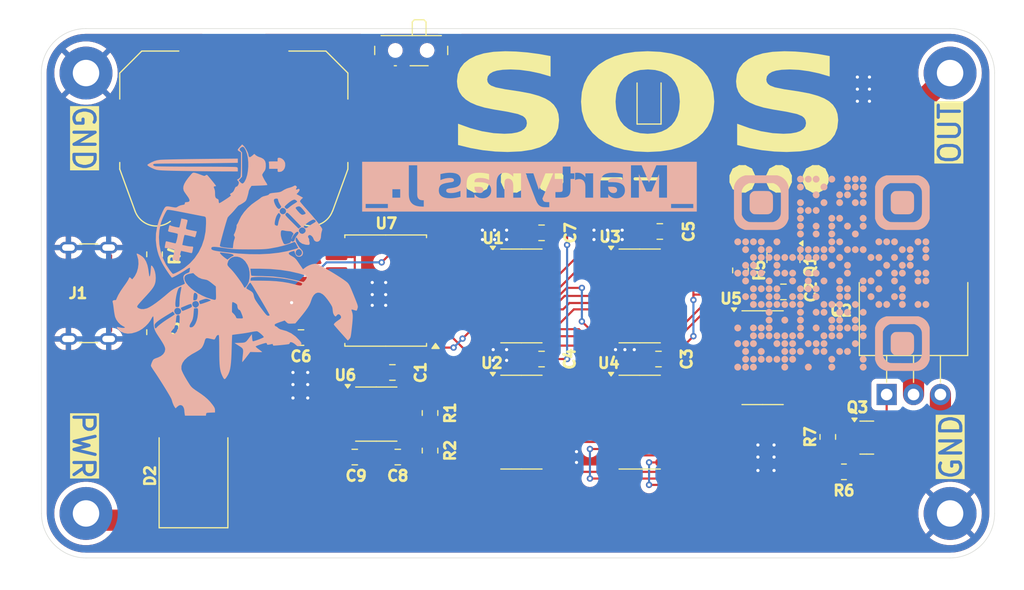
<source format=kicad_pcb>
(kicad_pcb (version 20240108) (generator "pcbnew") (generator_version "8.0")
  (title_block (title "SOS Business Card") (date "2024-05-20") (rev "A") (company "Martynas J."))
  (layers (0 "F.Cu" signal) (31 "B.Cu" signal) (36 "B.SilkS" user "B.Silkscreen") (37 "F.SilkS" user "F.Silkscreen") (38 "B.Mask" user) (39 "F.Mask" user) (44 "Edge.Cuts" user))
  (net 0 "")
  (net 1 "PWR")
  (net 2 "GND")
  (net 3 "VCC")
  (net 4 "Net-(U6-CV)")
  (net 5 "Net-(U6-THR)")
  (net 6 "Net-(D1-A)")
  (net 7 "Net-(D1-K)")
  (net 8 "Net-(J1-CC2)")
  (net 9 "Net-(U6-DIS)")
  (net 11 "Net-(U7-Q3)")
  (net 12 "Net-(U7-Q1)")
  (net 13 "Net-(U1-Pad6)")
  (net 14 "Net-(U1-Pad2)")
  (net 15 "Net-(U7-Q0)")
  (net 16 "Net-(U1-Pad4)")
  (net 17 "Net-(U1-Pad10)")
  (net 18 "Net-(U7-Q4)")
  (net 20 "Net-(U7-Q2)")
  (net 21 "Net-(U1-Pad8)")
  (net 22 "Net-(U2-Pad6)")
  (net 23 "Net-(U2-Pad8)")
  (net 24 "Net-(U3-Pad8)")
  (net 25 "Net-(U3-Pad6)")
  (net 26 "Net-(U4-Pad8)")
  (net 27 "Net-(U4-Pad6)")
  (net 28 "Net-(U5-Pad11)")
  (net 29 "Net-(U5-Pad13)")
  (net 30 "CLK")
  (net 34 "Net-(J1-CC1)")
  (net 35 "Net-(J3-Pin_1)")
  (net 36 "Net-(D2-K)")
  (net 37 "SIG_OUT")
  (net 38 "Net-(Q2-G)")
  (footprint "MountingHole:MountingHole_2.5mm_Pad_TopBottom" (layer "F.Cu") (at 119.38 92.71)
    (property "Reference" "J5" (hide yes))
    (property "Value" "GND")
  )
  (footprint "Capacitor_SMD:C_0805_2012Metric" (layer "F.Cu") (at 173.482 119.761)
    (property "Reference" "C3")
    (property "Value" "100n")
  )
  (footprint "Diode_SMD:D_SMC" (layer "F.Cu") (at 129.54 130.81 90)
    (property "Reference" "D2")
    (property "Value" "MBRS540T3G")
  )
  (footprint "Capacitor_SMD:C_0805_2012Metric" (layer "F.Cu") (at 185.293 113.411)
    (property "Reference" "C2")
    (property "Value" "100n")
  )
  (footprint "Capacitor_SMD:C_0805_2012Metric" (layer "F.Cu") (at 139.7 117.729)
    (property "Reference" "C6")
    (property "Value" "100n")
  )
  (footprint "Resistor_SMD:R_0805_2012Metric" (layer "F.Cu") (at 125.857 109.855 90)
    (property "Reference" "R4")
    (property "Value" "5.1k")
  )
  (footprint "Package_SO:SOIC-14_3.9x8.7mm_P1.27mm" (layer "F.Cu") (at 160.528 125.73)
    (property "Reference" "U2")
    (property "Value" "SN74HC21QDRQ1")
  )
  (footprint "Resistor_SMD:R_0805_2012Metric" (layer "F.Cu") (at 151.892 128.4205 -90)
    (property "Reference" "R2")
    (property "Value" "1M")
  )
  (footprint "Capacitor_SMD:C_0805_2012Metric" (layer "F.Cu") (at 148.844 129.032)
    (property "Reference" "C8")
    (property "Value" "10n")
  )
  (footprint "Package_SO:SOIC-14_3.9x8.7mm_P1.27mm" (layer "F.Cu") (at 171.704 125.73)
    (property "Reference" "U4")
    (property "Value" "SN74HC21QDRQ1")
  )
  (footprint "Connector_USB:USB_C_Receptacle_GCT_USB4125-xx-x_6P_TopMnt_Horizontal" (layer "F.Cu") (at 118.52 113.538 -90)
    (property "Reference" "J1")
    (property "Value" "USB_C_Receptacle_PowerOnly_6P")
  )
  (footprint "Capacitor_SMD:C_0805_2012Metric" (layer "F.Cu") (at 162.433 119.761)
    (property "Reference" "C4")
    (property "Value" "100n")
  )
  (footprint "Resistor_SMD:R_0805_2012Metric" (layer "F.Cu") (at 151.892 124.8645 -90)
    (property "Reference" "R1")
    (property "Value" "10k")
  )
  (footprint "Resistor_SMD:R_0805_2012Metric" (layer "F.Cu") (at 189.484 127.127 -90)
    (property "Reference" "R7")
    (property "Value" "100k")
  )
  (footprint "MountingHole:MountingHole_2.5mm_Pad_TopBottom" (layer "F.Cu") (at 119.38 134.366)
    (property "Reference" "J4" (hide yes))
    (property "Value" "V_IN")
  )
  (footprint "LED_SMD:LED_1206_3216Metric" (layer "F.Cu") (at 172.593 95.25 90)
    (property "Reference" "D1" (hide yes))
    (property "Value" "LED")
  )
  (footprint "Package_SO:SOIC-16W_7.5x10.3mm_P1.27mm" (layer "F.Cu") (at 147.701 113.284 180)
    (property "Reference" "U7")
    (property "Value" "74HC590A")
  )
  (footprint "Capacitor_SMD:C_0805_2012Metric" (layer "F.Cu") (at 173.609 107.696)
    (property "Reference" "C5")
    (property "Value" "100n")
  )
  (footprint "Package_SO:SOIC-14_3.9x8.7mm_P1.27mm" (layer "F.Cu") (at 171.704 113.792)
    (property "Reference" "U3")
    (property "Value" "SN74HC21QDRQ1")
  )
  (footprint "Button_Switch_SMD:SW_SPDT_PCM12" (layer "F.Cu") (at 150.114 90.899 180)
    (property "Reference" "SW1" (hide yes))
    (property "Value" "SW_SPDT")
  )
  (footprint "Resistor_SMD:R_0805_2012Metric" (layer "F.Cu") (at 125.857 117.221 -90)
    (property "Reference" "R3")
    (property "Value" "5.1k")
  )
  (footprint "Resistor_SMD:R_0805_2012Metric" (layer "F.Cu") (at 181.229 111.379 -90)
    (property "Reference" "R5")
    (property "Value" "100")
  )
  (footprint "my:TO-220-3_Horizontal_TabDown_2" (layer "F.Cu") (at 195.0466 123.11765)
    (property "Reference" "Q2")
    (property "Value" "IRF5305")
  )
  (footprint "Capacitor_SMD:C_0805_2012Metric" (layer "F.Cu") (at 144.78 129.032)
    (property "Reference" "C9")
    (property "Value" "330n")
  )
  (footprint "Package_TO_SOT_SMD:SOT-23" (layer "F.Cu") (at 185.293 109.982 -90)
    (property "Reference" "Q1")
    (property "Value" "BSS138")
  )
  (footprint "Capacitor_SMD:C_0805_2012Metric" (layer "F.Cu") (at 162.433 107.823)
    (property "Reference" "C7")
    (property "Value" "100n")
  )
  (footprint "Package_SO:SOIC-14_3.9x8.7mm_P1.27mm" (layer "F.Cu") (at 160.528 113.792)
    (property "Reference" "U1")
    (property "Value" "SN74LV04A")
  )
  (footprint "Resistor_SMD:R_0805_2012Metric" (layer "F.Cu") (at 191.008 130.429)
    (property "Reference" "R6")
    (property "Value" "100k")
  )
  (footprint "Package_TO_SOT_SMD:SOT-23" (layer "F.Cu") (at 193.167 127.193)
    (property "Reference" "Q3")
    (property "Value" "BSS138")
  )
  (footprint "Capacitor_SMD:C_0805_2012Metric" (layer "F.Cu") (at 148.336 121.031)
    (property "Reference" "C1")
    (property "Value" "100n")
  )
  (footprint "Package_SO:SOIC-8_3.9x4.9mm_P1.27mm" (layer "F.Cu") (at 146.812 124.968)
    (property "Reference" "U6")
    (property "Value" "TLC555")
  )
  (footprint "Package_SO:SOIC-14_3.9x8.7mm_P1.27mm" (layer "F.Cu") (at 183.323 119.634)
    (property "Reference" "U5")
    (property "Value" "SN74HCS4075")
  )
  (footprint "MountingHole:MountingHole_2.5mm_Pad_TopBottom" (layer "F.Cu") (at 201.041 134.366)
    (property "Reference" "J2" (hide yes))
    (property "Value" "GND")
  )
  (footprint "MountingHole:MountingHole_2.5mm_Pad_TopBottom" (layer "F.Cu") (at 201.041 92.71)
    (property "Reference" "J3" (hide yes))
    (property "Value" "V_OUT")
  )
  (footprint "Battery:BatteryHolder_Keystone_3034_1x20mm" (layer "F.Cu") (at 133.35 98.171)
    (property "Reference" "BT1" (hide yes))
    (property "Value" "Battery_Cell")
  )
  (footprint "images:github-qr" (layer "B.Cu") (at 189.865 111.633 180)
    (property "Reference" "G***" (hide yes))
    (property "Value" "LOGO" (hide yes))
  )
  (footprint "images:vytis" (layer "B.Cu") (at 133.477 112.268 180)
    (property "Reference" "G***" (hide yes))
    (property "Value" "LOGO" (hide yes))
  )
  (gr_line (start 119.38 138.572365) (end 201.041 138.572365) (stroke (width 0.05)) (layer "Edge.Cuts"))
  (gr_arc (start 205.247365 134.366) (mid 204.015349 137.340349) (end 201.041 138.572365) (stroke (width 0.05)) (layer "Edge.Cuts"))
  (gr_line (start 119.364635 88.503635) (end 201.041 88.503635) (stroke (width 0.05)) (layer "Edge.Cuts"))
  (gr_arc (start 201.041 88.503635) (mid 204.015349 89.735651) (end 205.247365 92.71) (stroke (width 0.05)) (layer "Edge.Cuts"))
  (gr_arc (start 119.38 138.572365) (mid 116.405651 137.340349) (end 115.173636 134.367551) (stroke (width 0.05)) (layer "Edge.Cuts"))
  (gr_line (start 115.158271 92.711552) (end 115.173636 134.367551) (stroke (width 0.05)) (layer "Edge.Cuts"))
  (gr_arc (start 115.158271 92.711552) (mid 116.390286 89.735651) (end 119.364635 88.503635) (stroke (width 0.05)) (layer "Edge.Cuts"))
  (gr_line (start 205.247365 92.71) (end 205.247365 134.366) (stroke (width 0.05)) (layer "Edge.Cuts"))
  (gr_text "_Martynas J._" (at 161.29 103.251 0) (layer "B.SilkS" knockout) (effects (font (size 3 3) (thickness 0.6) (bold yes)) (justify mirror)))
  (gr_text "GND" (at 117.983 95.631 270) (layer "F.SilkS" knockout) (effects (font (size 2 2) (thickness 0.3) (bold yes)) (justify left bottom)))
  (gr_text "●●● --- ●●●" (at 172.339 102.489 0) (layer "F.SilkS") (effects (font (size 3 2.8) (thickness 0.3))))
  (gr_text "SOS" (at 172.466 96.266 0) (layer "F.SilkS") (effects (font (size 9 12) (thickness 0.3) (bold yes))))
  (gr_text "GND" (at 202.311 131.318 90) (layer "F.SilkS" knockout) (effects (font (size 2 2) (thickness 0.3) (bold yes)) (justify left bottom)))
  (gr_text "OUT" (at 202.184 101.473 90) (layer "F.SilkS" knockout) (effects (font (size 2 2) (thickness 0.3) (bold yes)) (justify left bottom)))
  (gr_text "PWR" (at 117.983 124.587 270) (layer "F.SilkS" knockout) (effects (font (size 2 2) (thickness 0.3) (bold yes)) (justify left bottom)))
  (segment (start 119.634 113.665) (end 119.634 108.839) (width 0.5) (layer "F.Cu") (net 1))
  (segment (start 144.335 97.79) (end 145.288 97.79) (width 0.5) (layer "F.Cu") (net 1))
  (segment (start 121 112.018) (end 121.6 112.018) (width 0.5) (layer "F.Cu") (net 1))
  (segment (start 119.634 119.888) (end 119.634 113.665) (width 0.5) (layer "F.Cu") (net 1))
  (segment (start 144.335 102.934) (end 144.335 97.79) (width 0.5) (layer "F.Cu") (net 1))
  (segment (start 139.319 107.95) (end 144.335 102.934) (width 0.5) (layer "F.Cu") (net 1))
  (segment (start 121.6 115.058) (end 121 115.058) (width 0.5) (layer "F.Cu") (net 1))
  (segment (start 122.365 102.934) (end 127.381 107.95) (width 0.5) (layer "F.Cu") (net 1))
  (segment (start 127.381 107.95) (end 139.319 107.95) (width 0.5) (layer "F.Cu") (net 1))
  (segment (start 122.365 97.79) (end 122.365 102.934) (width 0.5) (layer "F.Cu") (net 1))
  (segment (start 121 115.058) (end 120.523 114.581) (width 0.5) (layer "F.Cu") (net 1))
  (segment (start 119.634 108.839) (end 123.952 104.521) (width 0.5) (layer "F.Cu") (net 1))
  (segment (start 120.523 113.665) (end 120.523 112.495) (width 0.5) (layer "F.Cu") (net 1))
  (segment (start 120.523 114.581) (end 120.523 113.665) (width 0.5) (layer "F.Cu") (net 1))
  (segment (start 127.156 127.41) (end 119.634 119.888) (width 0.5) (layer "F.Cu") (net 1))
  (segment (start 120.523 112.495) (end 121 112.018) (width 0.5) (layer "F.Cu") (net 1))
  (segment (start 120.523 113.665) (end 119.634 113.665) (width 0.5) (layer "F.Cu") (net 1))
  (segment (start 149.364 93.714) (end 149.364 92.075) (width 0.5) (layer "F.Cu") (net 1))
  (segment (start 145.288 97.79) (end 149.364 93.714) (width 0.5) (layer "F.Cu") (net 1))
  (segment (start 129.54 127.41) (end 127.156 127.41) (width 0.5) (layer "F.Cu") (net 1))
  (via (at 157.988 107.569) (size 0.6) (drill 0.3) (layers "F.Cu" "B.Cu") (net 2))
  (via (at 170.053 107.569) (size 0.6) (drill 0.3) (layers "F.Cu" "B.Cu") (net 2))
  (via (at 165.735 129.54) (size 0.6) (drill 0.3) (layers "F.Cu" "B.Cu") (net 2))
  (via (at 147.701 114.681) (size 0.6) (drill 0.3) (layers "F.Cu" "B.Cu") (net 2))
  (via (at 147.701 113.665) (size 0.6) (drill 0.3) (layers "F.Cu" "B.Cu") (net 2))
  (via (at 168.656 107.569) (size 0.6) (drill 0.3) (layers "F.Cu" "B.Cu") (net 2))
  (via (at 159.131 108.458) (size 0.6) (drill 0.3) (layers "F.Cu" "B.Cu") (net 2))
  (via (at 147.701 112.522) (size 0.6) (drill 0.3) (layers "F.Cu" "B.Cu") (net 2))
  (via (at 192.278 95.377) (size 0.6) (drill 0.3) (layers "F.Cu" "B.Cu") (net 2))
  (via (at 146.431 113.665) (size 0.6) (drill 0.3) (layers "F.Cu" "B.Cu") (net 2))
  (via (at 170.053 108.458) (size 0.6) (drill 0.3) (layers "F.Cu" "B.Cu") (net 2))
  (via (at 138.938 122.174) (size 0.6) (drill 0.3) (layers "F.Cu" "B.Cu") (net 2))
  (via (at 184.404 129.032) (size 0.6) (drill 0.3) (layers "F.Cu" "B.Cu") (net 2))
  (via (at 157.861 119.888) (size 0.6) (drill 0.3) (layers "F.Cu" "B.Cu") (net 2))
  (via (at 182.88 129.032) (size 0.6) (drill 0.3) (layers "F.Cu" "B.Cu") (net 2))
  (via (at 182.88 127.889) (size 0.6) (drill 0.3) (layers "F.Cu" "B.Cu") (net 2))
  (via (at 159.131 119.888) (size 0.6) (drill 0.3) (layers "F.Cu" "B.Cu") (net 2))
  (via (at 140.335 121.031) (size 0.6) (drill 0.3) (layers "F.Cu" "B.Cu") (net 2))
  (via (at 159.131 107.569) (size 0.6) (drill 0.3) (layers "F.Cu" "B.Cu") (net 2))
  (via (at 182.88 130.302) (size 0.6) (drill 0.3) (layers "F.Cu" "B.Cu") (net 2))
  (via (at 140.335 123.444) (size 0.6) (drill 0.3) (layers "F.Cu" "B.Cu") (net 2))
  (via (at 138.938 123.444) (size 0.6) (drill 0.3) (layers "F.Cu" "B.Cu") (net 2))
  (via (at 193.421 95.377) (size 0.6) (drill 0.3) (layers "F.Cu" "B.Cu") (net 2))
  (via (at 193.421 93.091) (size 0.6) (drill 0.3) (layers "F.Cu" "B.Cu") (net 2))
  (via (at 192.278 94.234) (size 0.6) (drill 0.3) (layers "F.Cu" "B.Cu") (net 2))
  (via (at 138.938 121.031) (size 0.6) (drill 0.3) (layers "F.Cu" "B.Cu") (net 2))
  (via (at 193.421 94.234) (size 0.6) (drill 0.3) (layers "F.Cu" "B.Cu") (net 2))
  (via (at 159.131 118.872) (size 0.6) (drill 0.3) (layers "F.Cu" "B.Cu") (net 2))
  (via (at 140.335 122.174) (size 0.6) (drill 0.3) (layers "F.Cu" "B.Cu") (net 2))
  (via (at 184.404 130.302) (size 0.6) (drill 0.3) (layers "F.Cu" "B.Cu") (net 2))
  (via (at 157.861 118.872) (size 0.6) (drill 0.3) (layers "F.Cu" "B.Cu") (net 2))
  (via (at 157.988 108.458) (size 0.6) (drill 0.3) (layers "F.Cu" "B.Cu") (net 2))
  (via (at 156.845 107.569) (size 0.6) (drill 0.3) (layers "F.Cu" "B.Cu") (net 2))
  (via (at 146.431 114.681) (size 0.6) (drill 0.3) (layers "F.Cu" "B.Cu") (net 2))
  (via (at 168.656 108.458) (size 0.6) (drill 0.3) (layers "F.Cu" "B.Cu") (net 2))
  (via (at 192.278 93.091) (size 0.6) (drill 0.3) (layers "F.Cu" "B.Cu") (net 2))
  (via (at 165.735 128.524) (size 0.6) (drill 0.3) (layers "F.Cu" "B.Cu") (net 2))
  (via (at 171.196 118.872) (size 0.6) (drill 0.3) (layers "F.Cu" "B.Cu") (net 2))
  (via (at 146.431 112.522) (size 0.6) (drill 0.3) (layers "F.Cu" "B.Cu") (net 2))
  (via (at 167.386 107.569) (size 0.6) (drill 0.3) (layers "F.Cu" "B.Cu") (net 2))
  (via (at 169.418 118.872) (size 0.6) (drill 0.3) (layers "F.Cu" "B.Cu") (net 2))
  (via (at 170.307 118.872) (size 0.6) (drill 0.3) (layers "F.Cu" "B.Cu") (net 2))
  (via (at 156.845 108.458) (size 0.6) (drill 0.3) (layers "F.Cu" "B.Cu") (net 2))
  (via (at 167.386 108.458) (size 0.6) (drill 0.3) (layers "F.Cu" "B.Cu") (net 2))
  (via (at 184.404 127.889) (size 0.6) (drill 0.3) (layers "F.Cu" "B.Cu") (net 2))
  (segment (start 163.383 107.823) (end 163.383 106.365) (width 0.2) (layer "F.Cu") (net 3))
  (segment (start 147.447 122.301) (end 146.085 123.663) (width 0.2) (layer "F.Cu") (net 3))
  (segment (start 143.051 108.839) (end 144.461 108.839) (width 0.2) (layer "F.Cu") (net 3))
  (segment (start 174.432 119.761) (end 174.432 118.684) (width 0.2) (layer "F.Cu") (net 3))
  (segment (start 144.78 117.348) (end 144.78 117.729) (width 0.2) (layer "F.Cu") (net 3))
  (segment (start 144.78 110.109) (end 144.78 108.839) (width 0.2) (layer "F.Cu") (net 3))
  (segment (start 174.559 107.696) (end 174.559 108.713) (width 0.2) (layer "F.Cu") (net 3))
  (segment (start 163.003 121.158) (end 163.003 121.92) (width 0.2) (layer "F.Cu") (net 3))
  (segment (start 186.243 113.411) (end 186.243 114.428) (width 0.2) (layer "F.Cu") (net 3))
  (segment (start 174.179 109.093) (end 174.179 109.982) (width 0.2) (layer "F.Cu") (net 3))
  (segment (start 164.846 108.966) (end 164.846 106.299) (width 0.2) (layer "F.Cu") (net 3))
  (segment (start 185.293 112.461) (end 186.243 113.411) (width 0.2) (layer "F.Cu") (net 3))
  (segment (start 144.461 108.839) (end 148.971 108.839) (width 0.2) (layer "F.Cu") (net 3))
  (segment (start 148.525 122.301) (end 147.447 122.301) (width 0.2) (layer "F.Cu") (net 3))
  (segment (start 148.971 108.839) (end 151.511 106.299) (width 0.2) (layer "F.Cu") (net 3))
  (segment (start 182.245 113.665) (end 176.784 113.665) (width 0.2) (layer "F.Cu") (net 3))
  (segment (start 144.461 110.109) (end 144.78 110.109) (width 0.2) (layer "F.Cu") (net 3))
  (segment (start 174.432 120.905) (end 174.179 121.158) (width 0.2) (layer "F.Cu") (net 3))
  (segment (start 145.45 125.003) (end 145.669 125.222) (width 0.2) (layer "F.Cu") (net 3))
  (segment (start 163.383 120.778) (end 163.003 121.158) (width 0.2) (layer "F.Cu") (net 3))
  (segment (start 176.784 107.696) (end 175.387 106.299) (width 0.2) (layer "F.Cu") (net 3))
  (segment (start 163.383 107.823) (end 163.383 108.84) (width 0.2) (layer "F.Cu") (net 3))
  (segment (start 185.798 114.684) (end 185.798 115.824) (width 0.2) (layer "F.Cu") (net 3))
  (segment (start 148.463 119.126) (end 149.291 119.954) (width 0.2) (layer "F.Cu") (net 3))
  (segment (start 186.243 114.428) (end 186.0225 114.6485) (width 0.2) (layer "F.Cu") (net 3))
  (segment (start 174.559 107.696) (end 174.559 106.365) (width 0.2) (layer "F.Cu") (net 3))
  (segment (start 174.625 118.491) (end 175.895 118.491) (width 0.2) (layer "F.Cu") (net 3))
  (segment (start 176.784 114.173) (end 176.784 113.792) (width 0.2) (layer "F.Cu") (net 3))
  (segment (start 145.311999 126.873) (end 144.337 126.873) (width 0.2) (layer "F.Cu") (net 3))
  (segment (start 184.973 114.681) (end 183.261 114.681) (width 0.2) (layer "F.Cu") (net 3))
  (segment (start 163.383 119.761) (end 164.465 119.761) (width 0.2) (layer "F.Cu") (net 3))
  (segment (start 144.78 117.348) (end 144.78 115.195552) (width 0.2) (layer "F.Cu") (net 3))
  (segment (start 176.784 113.792) (end 176.784 107.696) (width 0.2) (layer "F.Cu") (net 3))
  (segment (start 149.291 119.954) (end 149.291 122.24) (width 0.2) (layer "F.Cu") (net 3))
  (segment (start 152.4 106.299) (end 163.449 106.299) (width 0.2) (layer "F.Cu") (net 3))
  (segment (start 184.973 114.681) (end 185.99 114.681) (width 0.2) (layer "F.Cu") (net 3))
  (segment (start 163.383 106.365) (end 163.449 106.299) (width 0.2) (layer "F.Cu") (net 3))
  (segment (start 152.364 92.075) (end 152.364 106.263) (width 0.2) (layer "F.Cu") (net 3))
  (segment (start 174.3385 108.9335) (end 174.179 109.093) (width 0.2) (layer "F.Cu") (net 3))
  (segment (start 144.78 118.999) (end 144.907 119.126) (width 0.2) (layer "F.Cu") (net 3))
  (segment (start 143.062 124.673552) (end 143.391448 125.003) (width 0.2) (layer "F.Cu") (net 3))
  (segment (start 163.226 108.997) (end 163.003 109.22) (width 0.2) (layer "F.Cu") (net 3))
  (segment (start 163.383 119.761) (end 163.383 120.778) (width 0.2) (layer "F.Cu") (net 3))
  (segment (start 163.003 109.982) (end 163.003 111.252) (width 0.2) (layer "F.Cu") (net 3))
  (segment (start 146.085 123.663) (end 143.391448 123.663) (width 0.2) (layer "F.Cu") (net 3))
  (segment (start 145.669 125.222) (end 145.669 126.515999) (width 0.2) (layer "F.Cu") (net 3))
  (segment (start 143.051 110.109) (end 144.461 110.109) (width 0.2) (layer "F.Cu") (net 3))
  (segment (start 163.003 109.22) (end 163.003 109.982) (width 0.2) (layer "F.Cu") (net 3))
  (segment (start 143.051 117.729) (end 141.54 117.729) (width 0.2) (layer "F.Cu") (net 3))
  (segment (start 164.465 119.761) (end 164.846 119.761) (width 0.2) (layer "F.Cu") (net 3))
  (segment (start 163.449 106.299) (end 164.846 106.299) (width 0.2) (layer "F.Cu") (net 3))
  (segment (start 174.559 108.713) (end 174.3385 108.9335) (width 0.2) (layer "F.Cu") (net 3))
  (segment (start 143.391448 125.003) (end 145.45 125.003) (width 0.2) (layer "F.Cu") (net 3))
  (segment (start 143.391448 123.663) (end 143.062 123.992448) (width 0.2) (layer "F.Cu") (net 3))
  (segment (start 174.179 121.158) (end 174.179 121.92) (width 0.2) (layer "F.Cu") (net 3))
  (segment (start 175.895 118.491) (end 176.784 117.602) (width 0.2) (layer "F.Cu") (net 3))
  (segment (start 174.432 119.761) (end 174.432 120.905) (width 0.2) (layer "F.Cu") (net 3))
  (segment (start 149.287 123.063) (end 149.287 122.366) (width 0.2) (layer "F.Cu") (net 3))
  (segment (start 144.78 108.839) (end 144.461 108.839) (width 0.2) (layer "F.Cu") (net 3))
  (segment (start 185.99 114.681) (end 186.0225 114.6485) (width 0.2) (layer "F.Cu") (net 3))
  (segment (start 151.511 106.299) (end 152.4 106.299) (width 0.2) (layer "F.Cu") (net 3))
  (segment (start 144.78 115.195552) (end 144.78 110.109) (width 0.2) (layer "F.Cu") (net 3))
  (segment (start 143.051 117.729) (end 144.78 117.729) (width 0.2) (layer "F.Cu") (net 3))
  (segment (start 145.669 126.515999) (end 145.311999 126.873) (width 0.2) (layer "F.Cu") (net 3))
  (segment (start 175.387 106.299) (end 174.625 106.299) (width 0.2) (layer "F.Cu") (net 3))
  (segment (start 152.364 106.263) (end 152.4 106.299) (width 0.2) (layer "F.Cu") (net 3))
  (segment (start 149.352 122.301) (end 150.241 122.301) (width 0.2) (layer "F.Cu") (net 3))
  (segment (start 164.846 106.299) (end 174.625 106.299) (width 0.2) (layer "F.Cu") (net 3))
  (segment (start 163.383 108.84) (end 163.226 108.997) (width 0.2) (layer "F.Cu") (net 3))
  (segment (start 185.293 110.9195) (end 185.293 112.461) (width 0.2) (layer "F.Cu") (net 3))
  (segment (start 148.525 122.301) (end 149.352 122.301) (width 0.2) (layer "F.Cu") (net 3))
  (segment (start 141.54 117.729) (end 140.331 117.729) (width 0.2) (layer "F.Cu") (net 3))
  (segment (start 174.559 106.365) (end 174.625 106.299) (width 0.2) (layer "F.Cu") (net 3))
  (segment (start 163.226 108.997) (end 163.2895 108.9335) (width 0.2) (layer "F.Cu") (net 3))
  (segment (start 150.241 122.301) (end 151.892 123.952) (width 0.2) (layer "F.Cu") (net 3))
  (segment (start 144.907 119.126) (end 148.463 119.126) (width 0.2) (layer "F.Cu") (net 3))
  (segment (start 174.432 118.684) (end 174.625 118.491) (width 0.2) (layer "F.Cu") (net 3))
  (segment (start 183.261 114.681) (end 182.245 113.665) (width 0.2) (layer "F.Cu") (net 3))
  (segment (start 144.78 117.729) (end 144.78 118.999) (width 0.2) (layer "F.Cu") (net 3))
  (segment (start 143.062 123.992448) (end 143.062 124.673552) (width 0.2) (layer "F.Cu") (net 3))
  (via (at 164.846 119.761) (size 0.6) (drill 0.3) (layers "F.Cu" "B.Cu") (net 3))
  (via (at 176.784 114.173) (size 0.6) (drill 0.3) (layers "F.Cu" "B.Cu") (net 3))
  (via (at 176.784 117.602) (size 0.6) (drill 0.3) (layers "F.Cu" "B.Cu") (net 3))
  (via (at 164.846 108.966) (size 0.6) (drill 0.3) (layers "F.Cu" "B.Cu") (net 3))
  (segment (start 164.846 119.761) (end 164.846 108.966) (width 0.2) (layer "B.Cu") (net 3))
  (segment (start 176.784 114.427) (end 176.784 114.173) (width 0.2) (layer "B.Cu") (net 3))
  (segment (start 176.784 117.602) (end 176.784 114.427) (width 0.2) (layer "B.Cu") (net 3))
  (segment (start 149.794 127.95) (end 149.794 129.032) (width 0.2) (layer "F.Cu") (net 4))
  (segment (start 149.287 126.873) (end 149.287 127.443) (width 0.2) (layer "F.Cu") (net 4))
  (segment (start 149.287 127.443) (end 149.794 127.95) (width 0.2) (layer "F.Cu") (net 4))
  (segment (start 149.287 125.603) (end 146.239 125.603) (width 0.2) (layer "F.Cu") (net 5))
  (segment (start 145.604 124.333) (end 144.337 124.333) (width 0.2) (layer "F.Cu") (net 5))
  (segment (start 146.239 124.968) (end 145.604 124.333) (width 0.2) (layer "F.Cu") (net 5))
  (segment (start 146.239 125.603) (end 146.239 124.968) (width 0.2) (layer "F.Cu") (net 5))
  (segment (start 151.892 129.333) (end 150.749 128.19) (width 0.2) (layer "F.Cu") (net 5))
  (segment (start 145.73 127.255) (end 146.239 126.746) (width 0.2) (layer "F.Cu") (net 5))
  (segment (start 150.749 126.111) (end 150.241 125.603) (width 0.2) (layer "F.Cu") (net 5))
  (segment (start 150.241 125.603) (end 149.287 125.603) (width 0.2) (layer "F.Cu") (net 5))
  (segment (start 146.239 126.746) (end 146.239 125.603) (width 0.2) (layer "F.Cu") (net 5))
  (segment (start 150.749 128.19) (end 150.749 126.111) (width 0.2) (layer "F.Cu") (net 5))
  (segment (start 145.73 129.032) (end 145.73 127.255) (width 0.2) (layer "F.Cu") (net 5))
  (segment (start 184.343 101.92) (end 176.9745 94.5515) (width 0.2) (layer "F.Cu") (net 6))
  (segment (start 184.343 109.0445) (end 184.343 101.92) (width 0.2) (layer "F.Cu") (net 6))
  (segment (start 176.273 93.85) (end 176.9745 94.5515) (width 0.2) (layer "F.Cu") (net 6))
  (segment (start 172.593 93.85) (end 176.273 93.85) (width 0.2) (layer "F.Cu") (net 6))
  (segment (start 172.593 99.314) (end 181.229 107.95) (width 0.2) (layer "F.Cu") (net 7))
  (segment (start 172.593 96.65) (end 172.593 99.314) (width 0.2) (layer "F.Cu") (net 7))
  (segment (start 181.229 107.95) (end 181.229 110.4665) (width 0.2) (layer "F.Cu") (net 7))
  (segment (start 124.4705 116.3085) (end 125.857 116.3085) (width 0.2) (layer "F.Cu") (net 8))
  (segment (start 121.6 114.038) (end 122.2 114.038) (width 0.2) (layer "F.Cu") (net 8))
  (segment (start 122.2 114.038) (end 124.4705 116.3085) (width 0.2) (layer "F.Cu") (net 8))
  (segment (start 151.892 127.508) (end 151.892 125.777) (width 0.2) (layer "F.Cu") (net 9))
  (segment (start 150.448 124.333) (end 151.892 125.777) (width 0.2) (layer "F.Cu") (net 9))
  (segment (start 149.287 124.333) (end 150.448 124.333) (width 0.2) (layer "F.Cu") (net 9))
  (segment (start 161.352 116.332) (end 163.003 116.332) (width 0.2) (layer "F.Cu") (net 11))
  (segment (start 169.229 115.062) (end 165.481 115.062) (width 0.2) (layer "F.Cu") (net 11))
  (segment (start 164.211 116.332) (end 163.003 116.332) (width 0.2) (layer "F.Cu") (net 11))
  (segment (start 174.179 116.332) (end 173.204001 116.332) (width 0.2) (layer "F.Cu") (net 11))
  (segment (start 159.482 114.462) (end 161.352 116.332) (width 0.2) (layer "F.Cu") (net 11))
  (segment (start 171.934001 115.062) (end 169.229 115.062) (width 0.2) (layer "F.Cu") (net 11))
  (segment (start 155.891 115.189) (end 156.618 114.462) (width 0.2) (layer "F.Cu") (net 11))
  (segment (start 165.481 115.062) (end 164.211 116.332) (width 0.2) (layer "F.Cu") (net 11))
  (segment (start 156.618 114.462) (end 159.482 114.462) (width 0.2) (layer "F.Cu") (net 11))
  (segment (start 152.351 115.189) (end 155.891 115.189) (width 0.2) (layer "F.Cu") (net 11))
  (segment (start 173.204001 116.332) (end 171.934001 115.062) (width 0.2) (layer "F.Cu") (net 11))
  (segment (start 150.476 113.938) (end 151.13 113.284) (width 0.2) (layer "F.Cu") (net 12))
  (segment (start 156.778 115.991448) (end 157.037448 115.732) (width 0.2) (layer "F.Cu") (net 12))
  (segment (start 152.351 117.729) (end 151.326001 117.729) (width 0.2) (layer "F.Cu") (net 12))
  (segment (start 170.561 120.142) (end 172.231 121.812) (width 0.2) (layer "F.Cu") (net 12))
  (segment (start 173.204001 124.46) (end 174.179 124.46) (width 0.2) (layer "F.Cu") (net 12))
  (segment (start 157.037448 115.732) (end 159.547 115.732) (width 0.2) (layer "F.Cu") (net 12))
  (segment (start 172.231 121.812) (end 172.231 123.486999) (width 0.2) (layer "F.Cu") (net 12))
  (segment (start 151.13 113.284) (end 155.979538 113.284) (width 0.2) (layer "F.Cu") (net 12))
  (segment (start 156.778 116.018) (end 156.778 115.991448) (width 0.2) (layer "F.Cu") (net 12))
  (segment (start 160.753157 116.938157) (end 165.960157 116.938157) (width 0.2) (layer "F.Cu") (net 12))
  (segment (start 154.966041 117.829959) (end 156.778 116.018) (width 0.2) (layer "F.Cu") (net 12))
  (segment (start 172.231 123.486999) (end 173.204001 124.46) (width 0.2) (layer "F.Cu") (net 12))
  (segment (start 152.351 118.315) (end 152.351 117.729) (width 0.2) (layer "F.Cu") (net 12))
  (segment (start 165.960157 116.938157) (end 169.164 120.142) (width 0.2) (layer "F.Cu") (net 12))
  (segment (start 156.741538 112.522) (end 158.053 112.522) (width 0.2) (layer "F.Cu") (net 12))
  (segment (start 159.547 115.732) (end 160.753157 116.938157) (width 0.2) (layer "F.Cu") (net 12))
  (segment (start 152.714489 118.678489) (end 152.351 118.315) (width 0.2) (layer "F.Cu") (net 12))
  (segment (start 154.117511 118.678489) (end 152.714489 118.678489) (width 0.2) (layer "F.Cu") (net 12))
  (segment (start 155.979538 113.284) (end 156.741538 112.522) (width 0.2) (layer "F.Cu") (net 12))
  (segment (start 169.164 120.142) (end 170.561 120.142) (width 0.2) (layer "F.Cu") (net 12))
  (segment (start 150.476 116.878999) (end 150.476 113.938) (width 0.2) (layer "F.Cu") (net 12))
  (segment (start 151.326001 117.729) (end 150.476 116.878999) (width 0.2) (layer "F.Cu") (net 12))
  (via (at 154.966041 117.829959) (size 0.6) (drill 0.3) (layers "F.Cu" "B.Cu") (net 12))
  (via (at 154.117511 118.678489) (size 0.6) (drill 0.3) (layers "F.Cu" "B.Cu") (net 12))
  (segment (start 154.117511 118.678489) (end 154.966041 117.829959) (width 0.2) (layer "B.Cu") (net 12))
  (segment (start 163.003 123.825) (end 163.003 123.19) (width 0.2) (layer "F.Cu") (net 13))
  (segment (start 168.694 120.942) (end 170.160314 120.942) (width 0.2) (layer "F.Cu") (net 13))
  (segment (start 158.053 116.332) (end 159.131 116.332) (width 0.2) (layer "F.Cu") (net 13))
  (segment (start 170.160314 120.942) (end 170.815 121.596686) (width 0.2) (layer "F.Cu") (net 13))
  (segment (start 159.131 116.332) (end 161.29 118.491) (width 0.2) (layer "F.Cu") (net 13))
  (segment (start 163.003 124.46) (end 163.003 123.825) (width 0.2) (layer "F.Cu") (net 13))
  (segment (start 170.815 122.682) (end 170.307 123.19) (width 0.2) (layer "F.Cu") (net 13))
  (segment (start 166.751 123.19) (end 166.116 123.825) (width 0.2) (layer "F.Cu") (net 13))
  (segment (start 170.307 123.19) (end 169.229 123.19) (width 0.2) (layer "F.Cu") (net 13))
  (segment (start 169.229 123.19) (end 166.751 123.19) (width 0.2) (layer "F.Cu") (net 13))
  (segment (start 170.815 121.596686) (end 170.815 122.682) (width 0.2) (layer "F.Cu") (net 13))
  (segment (start 161.29 118.491) (end 166.243 118.491) (width 0.2) (layer "F.Cu") (net 13))
  (segment (start 166.243 118.491) (end 168.694 120.942) (width 0.2) (layer "F.Cu") (net 13))
  (segment (start 166.116 123.825) (end 163.003 123.825) (width 0.2) (layer "F.Cu") (net 13))
  (segment (start 150.076 113.258448) (end 151.320448 112.014) (width 0.2) (layer "F.Cu") (net 14))
  (segment (start 150.076 117.119552) (end 150.076 113.258448) (width 0.2) (layer "F.Cu") (net 14))
  (segment (start 171.796 111.852) (end 173.355 111.852) (width 0.2) (layer "F.Cu") (net 14))
  (segment (start 156.740686 123.79) (end 155.603843 122.653157) (width 0.2) (layer "F.Cu") (net 14))
  (segment (start 160.897999 123.79) (end 156.740686 123.79) (width 0.2) (layer "F.Cu") (net 14))
  (segment (start 158.053 111.252) (end 159.385 111.252) (width 0.2) (layer "F.Cu") (net 14))
  (segment (start 161.417 124.309001) (end 160.897999 123.79) (width 0.2) (layer "F.Cu") (net 14))
  (segment (start 161.417 128.016) (end 161.417 127) (width 0.2) (layer "F.Cu") (net 14))
  (segment (start 155.6915 111.252) (end 158.053 111.252) (width 0.2) (layer "F.Cu") (net 14))
  (segment (start 166.488552 110.652) (end 170.596 110.652) (width 0.2) (layer "F.Cu") (net 14))
  (segment (start 164.465 127.635) (end 161.417 127.635) (width 0.2) (layer "F.Cu") (net 14))
  (segment (start 161.255 113.122) (end 164.018552 113.122) (width 0.2) (layer "F.Cu") (net 14))
  (segment (start 172.050686 127.67) (end 170.745686 126.365) (width 0.2) (layer "F.Cu") (net 14))
  (segment (start 163.003 127) (end 161.417 127) (width 0.2) (layer "F.Cu") (net 14))
  (segment (start 161.417 127) (end 161.417 124.309001) (width 0.2) (layer "F.Cu") (net 14))
  (segment (start 156.337 121.92) (end 155.603843 122.653157) (width 0.2) (layer "F.Cu") (net 14))
  (segment (start 175.641 127.223552) (end 175.194552 127.67) (width 0.2) (layer "F.Cu") (net 14))
  (segment (start 154.876448 121.92) (end 150.076 117.119552) (width 0.2) (layer "F.Cu") (net 14))
  (segment (start 170.745686 126.365) (end 165.735 126.365) (width 0.2) (layer "F.Cu") (net 14))
  (segment (start 163.003 128.27) (end 161.671 128.27) (width 0.2) (layer "F.Cu") (net 14))
  (segment (start 164.018552 113.122) (end 166.488552 110.652) (width 0.2) (layer "F.Cu") (net 14))
  (segment (start 175.641 123.677001) (end 175.641 127.223552) (width 0.2) (layer "F.Cu") (net 14))
  (segment (start 154.9295 112.014) (end 155.6915 111.252) (width 0.2) (layer "F.Cu") (net 14))
  (segment (start 151.320448 112.014) (end 154.9295 112.014) (width 0.2) (layer "F.Cu") (net 14))
  (segment (start 155.603843 122.653157) (end 154.870686 121.92) (width 0.2) (layer "F.Cu") (net 14))
  (segment (start 170.596 110.652) (end 171.796 111.852) (width 0.2) (layer "F.Cu") (net 14))
  (segment (start 161.671 128.27) (end 161.417 128.016) (width 0.2) (layer "F.Cu") (net 14))
  (segment (start 158.053 121.92) (end 156.337 121.92) (width 0.2) (layer "F.Cu") (net 14))
  (segment (start 174.179 123.19) (end 175.153999 123.19) (width 0.2) (layer "F.Cu") (net 14))
  (segment (start 175.153999 123.19) (end 175.641 123.677001) (width 0.2) (layer "F.Cu") (net 14))
  (segment (start 165.735 126.365) (end 164.465 127.635) (width 0.2) (layer "F.Cu") (net 14))
  (segment (start 159.385 111.252) (end 161.255 113.122) (width 0.2) (layer "F.Cu") (net 14))
  (segment (start 174.179 112.522) (end 174.179 111.252) (width 0.2) (layer "F.Cu") (net 14))
  (segment (start 175.194552 127.67) (end 172.050686 127.67) (width 0.2) (layer "F.Cu") (net 14))
  (segment (start 173.355 111.852) (end 174.179 111.852) (width 0.2) (layer "F.Cu") (net 14))
  (segment (start 148.428 109.509) (end 154.783 109.509) (width 0.2) (layer "F.Cu") (net 15))
  (segment (start 155.256 109.982) (end 158.053 109.982) (width 0.2) (layer "F.Cu") (net 15))
  (segment (start 143.051 116.459) (end 140.843 116.459) (width 0.2) (layer "F.Cu") (net 15))
  (segment (start 147.32 110.617) (end 148.428 109.509) (width 0.2) (layer "F.Cu") (net 15))
  (segment (start 154.783 109.509) (end 155.256 109.982) (width 0.2) (layer "F.Cu") (net 15))
  (segment (start 140.843 116.459) (end 138.811 114.427) (width 0.2) (layer "F.Cu") (net 15))
  (via (at 147.32 110.617) (size 0.6) (drill 0.3) (layers "F.Cu" "B.Cu") (net 15))
  (via (at 138.811 114.427) (size 0.6) (drill 0.3) (layers "F.Cu" "B.Cu") (net 15))
  (segment (start 142.113 110.617) (end 147.32 110.617) (width 0.2) (layer "B.Cu") (net 15))
  (segment (start 138.811 113.919) (end 142.113 110.617) (width 0.2) (layer "B.Cu") (net 15))
  (segment (start 138.811 114.427) (end 138.811 113.919) (width 0.2) (layer "B.Cu") (net 15))
  (segment (start 151.320448 117.094) (end 150.876 116.649552) (width 0.2) (layer "F.Cu") (net 16))
  (segment (start 160.02 123.19) (end 158.053 123.19) (width 0.2) (layer "F.Cu") (net 16))
  (segment (start 164.618552 113.792) (end 164.018552 114.392) (width 0.2) (layer "F.Cu") (net 16))
  (segment (start 155.960314 114.554) (end 156.722314 113.792) (width 0.2) (layer "F.Cu") (net 16))
  (segment (start 156.722314 113.792) (end 158.053 113.792) (width 0.2) (layer "F.Cu") (net 16))
  (segment (start 164.018552 114.392) (end 160.112 114.392) (width 0.2) (layer "F.Cu") (net 16))
  (segment (start 150.876 116.649552) (end 150.876 114.998448) (width 0.2) (layer "F.Cu") (net 16))
  (segment (start 159.512 113.792) (end 158.053 113.792) (width 0.2) (layer "F.Cu") (net 16))
  (segment (start 170.688 111.736001) (end 170.688 113.284) (width 0.2) (layer "F.Cu") (net 16))
  (segment (start 169.229 113.792) (end 164.618552 113.792) (width 0.2) (layer "F.Cu") (net 16))
  (segment (start 160.112 114.392) (end 159.512 113.792) (width 0.2) (layer "F.Cu") (net 16))
  (segment (start 170.18 113.792) (end 169.229 113.792) (width 0.2) (layer "F.Cu") (net 16))
  (segment (start 160.69 122.52) (end 160.02 123.19) (width 0.2) (layer "F.Cu") (net 16))
  (segment (start 159.766 121.031) (end 157.318552 121.031) (width 0.2) (layer "F.Cu") (net 16))
  (segment (start 167.294 122.52) (end 160.69 122.52) (width 0.2) (layer "F.Cu") (net 16))
  (segment (start 150.876 114.998448) (end 151.320448 114.554) (width 0.2) (layer "F.Cu") (net 16))
  (segment (start 157.318552 121.031) (end 153.381552 117.094) (width 0.2) (layer "F.Cu") (net 16))
  (segment (start 169.229 121.92) (end 167.894 121.92) (width 0.2) (layer "F.Cu") (net 16))
  (segment (start 169.229 111.252) (end 170.203999 111.252) (width 0.2) (layer "F.Cu") (net 16))
  (segment (start 160.69 121.955) (end 159.766 121.031) (width 0.2) (layer "F.Cu") (net 16))
  (segment (start 160.69 122.52) (end 160.69 121.955) (width 0.2) (layer "F.Cu") (net 16))
  (segment (start 151.320448 114.554) (end 155.960314 114.554) (width 0.2) (layer "F.Cu") (net 16))
  (segment (start 170.203999 111.252) (end 170.688 111.736001) (width 0.2) (layer "F.Cu") (net 16))
  (segment (start 170.688 113.284) (end 170.18 113.792) (width 0.2) (layer "F.Cu") (net 16))
  (segment (start 167.894 121.92) (end 167.294 122.52) (width 0.2) (layer "F.Cu") (net 16))
  (segment (start 153.381552 117.094) (end 151.320448 117.094) (width 0.2) (layer "F.Cu") (net 16))
  (segment (start 165.065 114.462) (end 164.465 115.062) (width 0.2) (layer "F.Cu") (net 17))
  (segment (start 175.768 111.225448) (end 175.124552 110.582) (width 0.2) (layer "F.Cu") (net 17))
  (segment (start 149.676 117.291) (end 149.676 112.388448) (width 0.2) (layer "F.Cu") (net 17))
  (segment (start 160.401 110.617) (end 161.636 111.852) (width 0.2) (layer "F.Cu") (net 17))
  (segment (start 172.374 114.462) (end 165.065 114.462) (width 0.2) (layer "F.Cu") (net 17))
  (segment (start 174.179 115.062) (end 175.153999 115.062) (width 0.2) (layer "F.Cu") (net 17))
  (segment (start 170.815 109.982) (end 169.229 109.982) (width 0.2) (layer "F.Cu") (net 17))
  (segment (start 175.768 114.447999) (end 175.768 111.225448) (width 0.2) (layer "F.Cu") (net 17))
  (segment (start 158.053 125.73) (end 156.845 125.73) (width 0.2) (layer "F.Cu") (net 17))
  (segment (start 156.845 125.73) (end 156.591 125.476) (width 0.2) (layer "F.Cu") (net 17))
  (segment (start 155.194 110.617) (end 160.401 110.617) (width 0.2) (layer "F.Cu") (net 17))
  (segment (start 165.888552 109.982) (end 169.229 109.982) (width 0.2) (layer "F.Cu") (net 17))
  (segment (start 175.153999 115.062) (end 175.768 114.447999) (width 0.2) (layer "F.Cu") (net 17))
  (segment (start 156.591 125.476) (end 156.591 124.206) (width 0.2) (layer "F.Cu") (net 17))
  (segment (start 156.591 124.206) (end 149.676 117.291) (width 0.2) (layer "F.Cu") (net 17))
  (segment (start 161.636 111.852) (end 164.018552 111.852) (width 0.2) (layer "F.Cu") (net 17))
  (segment (start 172.974 115.062) (end 172.374 114.462) (width 0.2) (layer "F.Cu") (net 17))
  (segment (start 149.676 112.388448) (end 151.333724 110.730724) (width 0.2) (layer "F.Cu") (net 17))
  (segment (start 164.018552 111.852) (end 165.888552 109.982) (width 0.2) (layer "F.Cu") (net 17))
  (segment (start 175.124552 110.582) (end 171.415 110.582) (width 0.2) (layer "F.Cu") (net 17))
  (segment (start 171.415 110.582) (end 170.815 109.982) (width 0.2) (layer "F.Cu") (net 17))
  (segment (start 174.179 115.062) (end 172.974 115.062) (width 0.2) (layer "F.Cu") (net 17))
  (segment (start 151.333724 110.730724) (end 155.080276 110.730724) (width 0.2) (layer "F.Cu") (net 17))
  (segment (start 155.080276 110.730724) (end 155.194 110.617) (width 0.2) (layer "F.Cu") (net 17))
  (segment (start 164.465 115.062) (end 163.003 115.062) (width 0.2) (layer "F.Cu") (net 17))
  (segment (start 158.053 125.73) (end 158.053 127) (width 0.2) (layer "F.Cu") (net 17))
  (segment (start 167.005 116.967) (end 166.243 116.205) (width 0.2) (layer "F.Cu") (net 18))
  (segment (start 170.815 127) (end 172.085 128.27) (width 0.2) (layer "F.Cu") (net 18))
  (segment (start 159.674 113.192) (end 160.274 113.792) (width 0.2) (layer "F.Cu") (net 18))
  (segment (start 160.274 113.792) (end 163.003 113.792) (width 0.2) (layer "F.Cu") (net 18))
  (segment (start 173.482 119.086238) (end 171.362762 116.967) (width 0.2) (layer "F.Cu") (net 18))
  (segment (start 155.910224 113.919) (end 156.637224 113.192) (width 0.2) (layer "F.Cu") (net 18))
  (segment (start 173.482 121.001448) (end 173.482 119.086238) (width 0.2) (layer "F.Cu") (net 18))
  (segment (start 173.233448 122.59) (end 172.904 122.260552) (width 0.2) (layer "F.Cu") (net 18))
  (segment (start 152.351 113.919) (end 155.910224 113.919) (width 0.2) (layer "F.Cu") (net 18))
  (segment (start 172.085 128.27) (end 174.179 128.27) (width 0.2) (layer "F.Cu") (net 18))
  (segment (start 176.149 127.281238) (end 176.149 123.544448) (width 0.2) (layer "F.Cu") (net 18))
  (segment (start 163.003 113.792) (end 164.052866 113.792) (width 0.2) (layer "F.Cu") (net 18))
  (segment (start 156.637224 113.192) (end 159.674 113.192) (width 0.2) (layer "F.Cu") (net 18))
  (segment (start 174.179 128.27) (end 175.160238 128.27) (width 0.2) (layer "F.Cu") (net 18))
  (segment (start 175.160238 128.27) (end 176.149 127.281238) (width 0.2) (layer "F.Cu") (net 18))
  (segment (start 164.052866 113.792) (end 164.814866 113.03) (width 0.2) (layer "F.Cu") (net 18))
  (segment (start 164.814866 113.03) (end 166.243 113.03) (width 0.2) (layer "F.Cu") (net 18))
  (segment (start 175.194552 122.59) (end 173.233448 122.59) (width 0.2) (layer "F.Cu") (net 18))
  (segment (start 176.149 123.544448) (end 175.194552 122.59) (width 0.2) (layer "F.Cu") (net 18))
  (segment (start 172.904 122.260552) (end 172.904 121.579448) (width 0.2) (layer "F.Cu") (net 18))
  (segment (start 169.229 127) (end 170.815 127) (width 0.2) (layer "F.Cu") (net 18))
  (segment (start 171.362762 116.967) (end 167.005 116.967) (width 0.2) (layer "F.Cu") (net 18))
  (segment (start 172.904 121.579448) (end 173.482 121.001448) (width 0.2) (layer "F.Cu") (net 18))
  (via (at 166.243 116.205) (size 0.6) (drill 0.3) (layers "F.Cu" "B.Cu") (net 18))
  (via (at 166.243 113.03) (size 0.6) (drill 0.3) (layers "F.Cu" "B.Cu") (net 18))
  (segment (start 166.243 116.205) (end 166.243 113.03) (width 0.2) (layer "B.Cu") (net 18))
  (segment (start 156.78 115.062) (end 158.053 115.062) (width 0.2) (layer "F.Cu") (net 20))
  (segment (start 155.383 116.459) (end 156.78 115.062) (width 0.2) (layer "F.Cu") (net 20))
  (segment (start 152.351 116.459) (end 155.383 116.459) (width 0.2) (layer "F.Cu") (net 20))
  (segment (start 163.003 117.602) (end 165.989 117.602) (width 0.2) (layer "F.Cu") (net 21))
  (segment (start 170.326 120.542) (end 171.831 122.047) (width 0.2) (layer "F.Cu") (net 21))
  (segment (start 171.831 125.73) (end 173.101 127) (width 0.2) (layer "F.Cu") (net 21))
  (segment (start 173.101 127) (end 174.179 127) (width 0.2) (layer "F.Cu") (net 21))
  (segment (start 171.831 122.047) (end 171.831 125.73) (width 0.2) (layer "F.Cu") (net 21))
  (segment (start 169.229 125.73) (end 171.831 125.73) (width 0.2) (layer "F.Cu") (net 21))
  (segment (start 165.989 117.602) (end 168.929 120.542) (width 0.2) (layer "F.Cu") (net 21))
  (segment (start 168.929 120.542) (end 170.326 120.542) (width 0.2) (layer "F.Cu") (net 21))
  (segment (start 176.657 119.040001) (end 176.657 127.407552) (width 0.2) (layer "F.Cu") (net 22))
  (segment (start 170.174552 127.6) (end 165.288552 127.6) (width 0.2) (layer "F.Cu") (net 22))
  (segment (start 160.147 128.27) (end 158.053 128.27) (width 0.2) (layer "F.Cu") (net 22))
  (segment (start 175.194552 128.87) (end 171.444552 128.87) (width 0.2) (layer "F.Cu") (net 22))
  (segment (start 164.018552 128.87) (end 160.747 128.87) (width 0.2) (layer "F.Cu") (net 22))
  (segment (start 179.873001 115.824) (end 176.657 119.040001) (width 0.2) (layer "F.Cu") (net 22))
  (segment (start 160.747 128.87) (end 160.147 128.27) (width 0.2) (layer "F.Cu") (net 22))
  (segment (start 180.848 115.824) (end 179.873001 115.824) (width 0.2) (layer "F.Cu") (net 22))
  (segment (start 176.657 127.407552) (end 175.194552 128.87) (width 0.2) (layer "F.Cu") (net 22))
  (segment (start 171.444552 128.87) (end 170.174552 127.6) (width 0.2) (layer "F.Cu") (net 22))
  (segment (start 165.288552 127.6) (end 164.018552 128.87) (width 0.2) (layer "F.Cu") (net 22))
  (segment (start 177.165 119.802001) (end 177.165 128.169552) (width 0.2) (layer "F.Cu") (net 23))
  (segment (start 165.227 130.429) (end 164.338 129.54) (width 0.2) (layer "F.Cu") (net 23))
  (segment (start 164.338 129.54) (end 163.003 129.54) (width 0.2) (layer "F.Cu") (net 23))
  (segment (start 180.848 117.094) (end 179.873001 117.094) (width 0.2) (layer "F.Cu") (net 23))
  (segment (start 177.165 128.169552) (end 174.905552 130.429) (width 0.2) (layer "F.Cu") (net 23))
  (segment (start 174.905552 130.429) (end 165.227 130.429) (width 0.2) (layer "F.Cu") (net 23))
  (segment (start 179.873001 117.094) (end 177.165 119.802001) (width 0.2) (layer "F.Cu") (net 23))
  (segment (start 181.864 114.935) (end 182.372 115.443) (width 0.2) (layer "F.Cu") (net 24))
  (segment (start 182.372 115.443) (end 182.372 117.983) (width 0.2) (layer "F.Cu") (net 24))
  (segment (start 174.179 117.602) (end 175.514 117.602) (width 0.2) (layer "F.Cu") (net 24))
  (segment (start 181.991 118.364) (end 180.848 118.364) (width 0.2) (layer "F.Cu") (net 24))
  (segment (start 182.372 117.983) (end 181.991 118.364) (width 0.2) (layer "F.Cu") (net 24))
  (segment (start 175.514 117.602) (end 178.181 114.935) (width 0.2) (layer "F.Cu") (net 24))
  (segment (start 178.181 114.935) (end 181.864 114.935) (width 0.2) (layer "F.Cu") (net 24))
  (segment (start 171.293448 116.332) (end 169.229 116.332) (width 0.2) (layer "F.Cu") (net 25))
  (segment (start 184.531 123.444) (end 182.861 121.774) (width 0.2) (layer "F.Cu") (net 25))
  (segment (start 182.861 115.043) (end 182.118 114.3) (width 0.2) (layer "F.Cu") (net 25))
  (segment (start 178.054 114.3) (end 175.422 116.932) (width 0.2) (layer "F.Cu") (net 25))
  (segment (start 182.118 114.3) (end 178.054 114.3) (width 0.2) (layer "F.Cu") (net 25))
  (segment (start 185.798 123.444) (end 184.531 123.444) (width 0.2) (layer "F.Cu") (net 25))
  (segment (start 175.422 116.932) (end 171.893448 116.932) (width 0.2) (layer "F.Cu") (net 25))
  (segment (start 171.893448 116.932) (end 171.293448 116.332) (width 0.2) (layer "F.Cu") (net 25))
  (segment (start 182.861 121.774) (end 182.861 115.043) (width 0.2) (layer "F.Cu") (net 25))
  (segment (start 178.562 120.904) (end 180.848 120.904) (width 0.2) (layer "F.Cu") (net 26))
  (segment (start 175.25453 131.664) (end 178.181 128.73753) (width 0.2) (layer "F.Cu") (net 26))
  (segment (start 178.181 128.73753) (end 178.181 121.285) (width 0.2) (layer "F.Cu") (net 26))
  (segment (start 174.179 129.54) (end 172.593 129.54) (width 0.2) (layer "F.Cu") (net 26))
  (segment (start 178.181 121.285) (end 178.562 120.904) (width 0.2) (layer "F.Cu") (net 26))
  (segment (start 172.593 131.664) (end 175.25453 131.664) (width 0.2) (layer "F.Cu") (net 26))
  (via (at 172.593 129.54) (size 0.6) (drill 0.3) (layers "F.Cu" "B.Cu") (net 26))
  (via (at 172.593 131.664) (size 0.6) (drill 0.3) (layers "F.Cu" "B.Cu") (net 26))
  (segment (start 172.593 131.664) (end 172.593 129.54) (width 0.2) (layer "B.Cu") (net 26))
  (segment (start 177.673 128.397) (end 177.673 120.523) (width 0.2) (layer "F.Cu") (net 27))
  (segment (start 167.005 128.27) (end 169.229 128.27) (width 0.2) (layer "F.Cu") (net 27))
  (segment (start 178.562 119.634) (end 180.848 119.634) (width 0.2) (layer "F.Cu") (net 27))
  (segment (start 167.005 131.064) (end 175.006 131.064) (width 0.2) (layer "F.Cu") (net 27))
  (segment (start 175.006 131.064) (end 177.673 128.397) (width 0.2) (layer "F.Cu") (net 27))
  (segment (start 177.673 120.523) (end 178.562 119.634) (width 0.2) (layer "F.Cu") (net 27))
  (via (at 167.005 128.27) (size 0.6) (drill 0.3) (layers "F.Cu" "B.Cu") (net 27))
  (via (at 167.005 131.064) (size 0.6) (drill 0.3) (layers "F.Cu" "B.Cu") (net 27))
  (segment (start 167.005 131.064) (end 167.005 128.27) (width 0.2) (layer "B.Cu") (net 27))
  (segment (start 184.15 121.793) (end 184.15 119.634) (width 0.2) (layer "F.Cu") (net 28))
  (segment (start 185.798 122.174) (end 184.531 122.174) (width 0.2) (layer "F.Cu") (net 28))
  (segment (start 184.15 119.634) (end 184.15 118.872) (width 0.2) (layer "F.Cu") (net 28))
  (segment (start 184.658 118.364) (end 185.798 118.364) (width 0.2) (layer "F.Cu") (net 28))
  (segment (start 184.531 122.174) (end 184.15 121.793) (width 0.2) (layer "F.Cu") (net 28))
  (segment (start 185.798 119.634) (end 184.15 119.634) (width 0.2) (layer "F.Cu") (net 28))
  (segment (start 184.15 118.872) (end 184.658 118.364) (width 0.2) (layer "F.Cu") (net 28))
  (segment (start 183.515 117.856) (end 184.277 117.094) (width 0.2) (layer "F.Cu") (net 29))
  (segment (start 187.073 123.95) (end 187.073 123.103448) (width 0.2) (layer "F.Cu") (net 29))
  (segment (start 184.277 117.094) (end 185.798 117.094) (width 0.2) (layer "F.Cu") (net 29))
  (segment (start 183.515 121.723686) (end 183.515 117.856) (width 0.2) (layer "F.Cu") (net 29))
  (segment (start 180.848 122.174) (end 182.314314 122.174) (width 0.2) (layer "F.Cu") (net 29))
  (segment (start 186.813552 122.844) (end 184.635314 122.844) (width 0.2) (layer "F.Cu") (net 29))
  (segment (start 184.635314 122.844) (end 183.515 121.723686) (width 0.2) (layer "F.Cu") (net 29))
  (segment (start 184.346314 124.206) (end 186.817 124.206) (width 0.2) (layer "F.Cu") (net 29))
  (segment (start 187.073 123.103448) (end 186.813552 122.844) (width 0.2) (layer "F.Cu") (net 29))
  (segment (start 186.817 124.206) (end 187.073 123.95) (width 0.2) (layer "F.Cu") (net 29))
  (segment (start 182.314314 122.174) (end 184.346314 124.206) (width 0.2) (layer "F.Cu") (net 29))
  (segment (start 134.239 122.301) (end 134.239 114.554) (width 0.2) (layer "F.Cu") (net 30))
  (segment (start 144.376 111.61) (end 144.376 113.688) (width 0.2) (layer "F.Cu") (net 30))
  (segment (start 137.414 111.379) (end 143.051 111.379) (width 0.2) (layer "F.Cu") (net 30))
  (segment (start 137.541 125.603) (end 134.239 122.301) (width 0.2) (layer "F.Cu") (net 30))
  (segment (start 144.337 125.603) (end 137.541 125.603) (width 0.2) (layer "F.Cu") (net 30))
  (segment (start 144.145 111.379) (end 144.376 111.61) (width 0.2) (layer "F.Cu") (net 30))
  (segment (start 134.239 114.554) (end 137.414 111.379) (width 0.2) (layer "F.Cu") (net 30))
  (segment (start 144.376 113.688) (end 144.145 113.919) (width 0.2) (layer "F.Cu") (net 30))
  (segment (start 143.051 111.379) (end 144.145 111.379) (width 0.2) (layer "F.Cu") (net 30))
  (segment (start 144.145 113.919) (end 143.051 113.919) (width 0.2) (layer "F.Cu") (net 30))
  (segment (start 124.4705 110.7675) (end 125.857 110.7675) (width 0.2) (layer "F.Cu") (net 34))
  (segment (start 122.2 113.038) (end 124.4705 110.7675) (width 0.2) (layer "F.Cu") (net 34))
  (segment (start 121.6 113.038) (end 122.2 113.038) (width 0.2) (layer "F.Cu") (net 34))
  (segment (start 197.5866 106.55685) (end 197.485 106.45525) (width 2) (layer "F.Cu") (net 35))
  (segment (start 197.485 106.45525) (end 197.485 96.266) (width 2) (layer "F.Cu") (net 35))
  (segment (start 197.5866 123.11765) (end 197.5866 106.55685) (width 2) (layer "F.Cu") (net 35))
  (segment (start 197.485 96.266) (end 201.041 92.71) (width 2) (layer "F.Cu") (net 35))
  (segment (start 190.0955 130.429) (end 190.0955 134.2625) (width 0.2) (layer "F.Cu") (net 36))
  (segment (start 119.38 134.366) (end 120.015 135.001) (width 2) (layer "F.Cu") (net 36))
  (segment (start 120.015 135.001) (end 191.24325 135.001) (width 2) (layer "F.Cu") (net 36))
  (segment (start 191.24325 135.001) (end 200.1266 126.11765) (width 2) (layer "F.Cu") (net 36))
  (segment (start 200.1266 126.11765) (end 200.1266 123.11765) (width 2) (layer "F.Cu") (net 36))
  (segment (start 189.484 126.2145) (end 192.201 126.2145) (width 0.2) (layer "F.Cu") (net 37))
  (segment (start 189.484 111.76) (end 189.484 126.2145) (width 0.2) (layer "F.Cu") (net 37))
  (segment (start 185.798 120.904) (end 189.484 120.904) (width 0.2) (layer "F.Cu") (net 37))
  (segment (start 186.7685 109.0445) (end 189.484 111.76) (width 0.2) (layer "F.Cu") (net 37))
  (segment (start 192.201 126.2145) (end 192.2295 126.243) (width 0.2) (layer "F.Cu") (net 37))
  (segment (start 186.243 109.0445) (end 186.7685 109.0445) (width 0.2) (layer "F.Cu") (net 37))
  (segment (start 195.0466 124.8664) (end 195.0466 123.11765) (width 0.2) (layer "F.Cu") (net 38))
  (segment (start 191.9205 130.429) (end 192.786 130.429) (width 0.2) (layer "F.Cu") (net 38))
  (segment (start 194.1045 127.193) (end 194.1045 125.8085) (width 0.2) (layer "F.Cu") (net 38))
  (segment (start 194.1045 125.8085) (end 195.0466 124.8664) (width 0.2) (layer "F.Cu") (net 38))
  (segment (start 194.1045 129.1105) (end 194.1045 127.193) (width 0.2) (layer "F.Cu") (net 38))
  (segment (start 192.786 130.429) (end 194.1045 129.1105) (width 0.2) (layer "F.Cu") (net 38))
  (zone (net 2) (net_name "GND") (layers "F&B.Cu") (connect_pads (clearance 0.5)) (min_thickness 0.25) (fill yes (thermal_gap 0.5) (thermal_bridge_width 0.5))
    (polygon (pts (xy 112.141 86.233) (xy 208.026 86.233) (xy 208.026 140.97) (xy 207.391 141.605) (xy 113.03 141.605) (xy 111.252 139.827) (xy 111.252 87.122)))
  )
)
</source>
